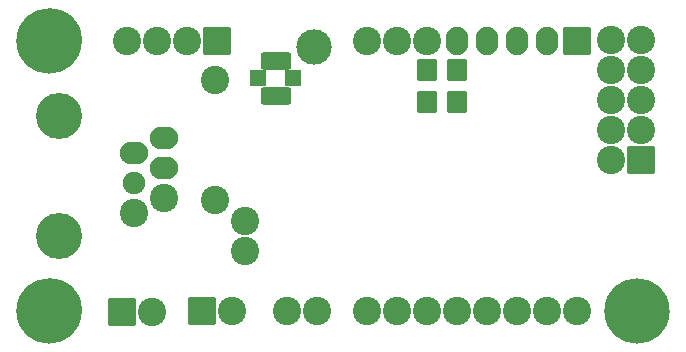
<source format=gbr>
%TF.GenerationSoftware,KiCad,Pcbnew,6.0.2+dfsg-1*%
%TF.CreationDate,2022-10-03T17:06:02+02:00*%
%TF.ProjectId,smartyreader_ng_lora,736d6172-7479-4726-9561-6465725f6e67,rev?*%
%TF.SameCoordinates,Original*%
%TF.FileFunction,Soldermask,Top*%
%TF.FilePolarity,Negative*%
%FSLAX46Y46*%
G04 Gerber Fmt 4.6, Leading zero omitted, Abs format (unit mm)*
G04 Created by KiCad (PCBNEW 6.0.2+dfsg-1) date 2022-10-03 17:06:02*
%MOMM*%
%LPD*%
G01*
G04 APERTURE LIST*
G04 Aperture macros list*
%AMRoundRect*
0 Rectangle with rounded corners*
0 $1 Rounding radius*
0 $2 $3 $4 $5 $6 $7 $8 $9 X,Y pos of 4 corners*
0 Add a 4 corners polygon primitive as box body*
4,1,4,$2,$3,$4,$5,$6,$7,$8,$9,$2,$3,0*
0 Add four circle primitives for the rounded corners*
1,1,$1+$1,$2,$3*
1,1,$1+$1,$4,$5*
1,1,$1+$1,$6,$7*
1,1,$1+$1,$8,$9*
0 Add four rect primitives between the rounded corners*
20,1,$1+$1,$2,$3,$4,$5,0*
20,1,$1+$1,$4,$5,$6,$7,0*
20,1,$1+$1,$6,$7,$8,$9,0*
20,1,$1+$1,$8,$9,$2,$3,0*%
G04 Aperture macros list end*
%ADD10C,2.398980*%
%ADD11O,1.900000X2.398980*%
%ADD12RoundRect,0.200000X0.999490X0.999490X-0.999490X0.999490X-0.999490X-0.999490X0.999490X-0.999490X0*%
%ADD13C,5.400000*%
%ADD14O,2.400000X1.900000*%
%ADD15C,1.900000*%
%ADD16C,2.400000*%
%ADD17C,3.900000*%
%ADD18RoundRect,0.200000X-0.999490X-0.999490X0.999490X-0.999490X0.999490X0.999490X-0.999490X0.999490X0*%
%ADD19RoundRect,0.200000X0.650000X-0.750000X0.650000X0.750000X-0.650000X0.750000X-0.650000X-0.750000X0*%
%ADD20RoundRect,0.200000X0.500000X-0.500000X0.500000X0.500000X-0.500000X0.500000X-0.500000X-0.500000X0*%
%ADD21RoundRect,0.200000X1.100000X-0.525000X1.100000X0.525000X-1.100000X0.525000X-1.100000X-0.525000X0*%
%ADD22C,3.000000*%
%ADD23C,5.528260*%
G04 APERTURE END LIST*
D10*
%TO.C,W1*%
X148590000Y-130810000D03*
X146050000Y-130810000D03*
X143510000Y-130810000D03*
X140970000Y-130810000D03*
X138430000Y-130810000D03*
X135890000Y-130810000D03*
X133350000Y-130810000D03*
X130810000Y-130810000D03*
X130810000Y-107950000D03*
X133350000Y-107950000D03*
X135890000Y-107950000D03*
D11*
X138430000Y-107950000D03*
X140970000Y-107950000D03*
X143510000Y-107950000D03*
X146050000Y-107950000D03*
D12*
X148590000Y-107950000D03*
%TD*%
%TO.C,J3*%
X153987500Y-118017500D03*
D10*
X151447500Y-118017500D03*
X153987500Y-115477500D03*
X151447500Y-115477500D03*
X153987500Y-112937500D03*
X151447500Y-112937500D03*
X153987500Y-110397500D03*
X151447500Y-110397500D03*
X153987500Y-107857500D03*
X151447500Y-107857500D03*
D13*
X103987500Y-107857500D03*
X103987500Y-130717500D03*
%TD*%
D10*
%TO.C,C1*%
X120523000Y-123190000D03*
X120523000Y-125730000D03*
%TD*%
D14*
%TO.C,J1*%
X113665000Y-116205000D03*
X111125000Y-117475000D03*
X113665000Y-118745000D03*
D15*
X111125000Y-120015000D03*
D16*
X113665000Y-121285000D03*
X111125000Y-122555000D03*
D17*
X104775000Y-114300000D03*
X104775000Y-124460000D03*
%TD*%
D12*
%TO.C,J2*%
X118110000Y-107950000D03*
D10*
X115570000Y-107950000D03*
X113030000Y-107950000D03*
X110490000Y-107950000D03*
%TD*%
D18*
%TO.C,J5*%
X116840000Y-130810000D03*
D10*
X119380000Y-130810000D03*
%TD*%
%TO.C,R4*%
X117983000Y-111252000D03*
X117983000Y-121412000D03*
%TD*%
D19*
%TO.C,R5*%
X138430000Y-113110000D03*
X138430000Y-110410000D03*
%TD*%
D10*
%TO.C,C3*%
X124079000Y-130810000D03*
X126619000Y-130810000D03*
%TD*%
D20*
%TO.C,J6*%
X124587000Y-111125000D03*
D21*
X123087000Y-109650000D03*
X123087000Y-112600000D03*
D20*
X121587000Y-111125000D03*
%TD*%
D19*
%TO.C,R6*%
X135890000Y-113110000D03*
X135890000Y-110410000D03*
%TD*%
D22*
%TO.C,J7*%
X126365000Y-108458000D03*
%TD*%
D18*
%TO.C,C2*%
X110109000Y-130937000D03*
D10*
X112649000Y-130937000D03*
%TD*%
D23*
%TO.C,H1*%
X103886000Y-107950000D03*
%TD*%
%TO.C,H2*%
X153670000Y-130810000D03*
%TD*%
%TO.C,H3*%
X103886000Y-130810000D03*
%TD*%
M02*

</source>
